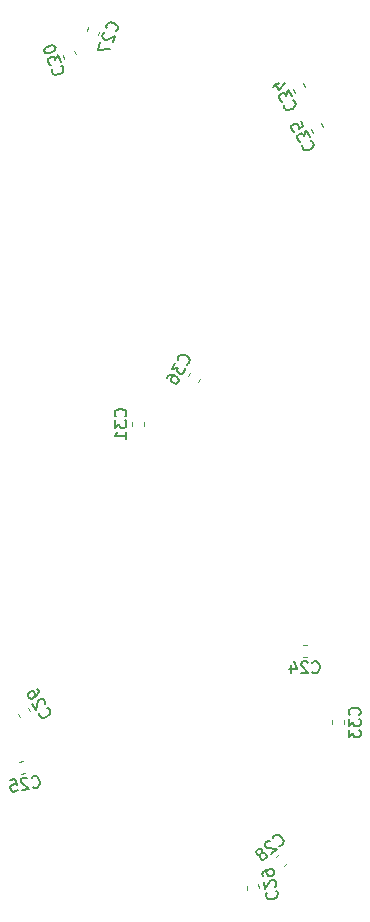
<source format=gbr>
G04 #@! TF.GenerationSoftware,KiCad,Pcbnew,(5.1.2-1)-1*
G04 #@! TF.CreationDate,2022-08-10T14:13:14-04:00*
G04 #@! TF.ProjectId,TR909 Snare Drum,54523930-3920-4536-9e61-726520447275,rev?*
G04 #@! TF.SameCoordinates,Original*
G04 #@! TF.FileFunction,Legend,Bot*
G04 #@! TF.FilePolarity,Positive*
%FSLAX46Y46*%
G04 Gerber Fmt 4.6, Leading zero omitted, Abs format (unit mm)*
G04 Created by KiCad (PCBNEW (5.1.2-1)-1) date 2022-08-10 14:13:14*
%MOMM*%
%LPD*%
G04 APERTURE LIST*
%ADD10C,0.120000*%
%ADD11C,0.150000*%
G04 APERTURE END LIST*
D10*
X52450000Y-94101267D02*
X52450000Y-93758733D01*
X53470000Y-94101267D02*
X53470000Y-93758733D01*
X49938733Y-87370000D02*
X50281267Y-87370000D01*
X49938733Y-88390000D02*
X50281267Y-88390000D01*
X41247306Y-64826678D02*
X41076039Y-65123322D01*
X40363961Y-64316678D02*
X40192694Y-64613322D01*
X51496039Y-43206678D02*
X51667306Y-43503322D01*
X50612694Y-43716678D02*
X50783961Y-44013322D01*
X49966039Y-39796678D02*
X50137306Y-40093322D01*
X49082694Y-40306678D02*
X49253961Y-40603322D01*
X36510000Y-68488733D02*
X36510000Y-68831267D01*
X35490000Y-68488733D02*
X35490000Y-68831267D01*
X30590666Y-37044631D02*
X30707820Y-37366508D01*
X29632180Y-37393492D02*
X29749334Y-37715369D01*
X45247488Y-108147226D02*
X45188008Y-107809896D01*
X46251992Y-107970104D02*
X46192512Y-107632774D01*
X48609020Y-105870594D02*
X48346624Y-106090771D01*
X47953376Y-105089229D02*
X47690980Y-105309406D01*
X31662180Y-35406508D02*
X31779334Y-35084631D01*
X32620666Y-35755369D02*
X32737820Y-35433492D01*
X25993961Y-93493322D02*
X25822694Y-93196678D01*
X26877306Y-92983322D02*
X26706039Y-92686678D01*
X25921067Y-97279431D02*
X26258397Y-97219951D01*
X26098189Y-98283935D02*
X26435519Y-98224455D01*
D11*
X54747142Y-93287142D02*
X54794761Y-93239523D01*
X54842380Y-93096666D01*
X54842380Y-93001428D01*
X54794761Y-92858571D01*
X54699523Y-92763333D01*
X54604285Y-92715714D01*
X54413809Y-92668095D01*
X54270952Y-92668095D01*
X54080476Y-92715714D01*
X53985238Y-92763333D01*
X53890000Y-92858571D01*
X53842380Y-93001428D01*
X53842380Y-93096666D01*
X53890000Y-93239523D01*
X53937619Y-93287142D01*
X53842380Y-93620476D02*
X53842380Y-94239523D01*
X54223333Y-93906190D01*
X54223333Y-94049047D01*
X54270952Y-94144285D01*
X54318571Y-94191904D01*
X54413809Y-94239523D01*
X54651904Y-94239523D01*
X54747142Y-94191904D01*
X54794761Y-94144285D01*
X54842380Y-94049047D01*
X54842380Y-93763333D01*
X54794761Y-93668095D01*
X54747142Y-93620476D01*
X53842380Y-94572857D02*
X53842380Y-95191904D01*
X54223333Y-94858571D01*
X54223333Y-95001428D01*
X54270952Y-95096666D01*
X54318571Y-95144285D01*
X54413809Y-95191904D01*
X54651904Y-95191904D01*
X54747142Y-95144285D01*
X54794761Y-95096666D01*
X54842380Y-95001428D01*
X54842380Y-94715714D01*
X54794761Y-94620476D01*
X54747142Y-94572857D01*
X50752857Y-89667142D02*
X50800476Y-89714761D01*
X50943333Y-89762380D01*
X51038571Y-89762380D01*
X51181428Y-89714761D01*
X51276666Y-89619523D01*
X51324285Y-89524285D01*
X51371904Y-89333809D01*
X51371904Y-89190952D01*
X51324285Y-89000476D01*
X51276666Y-88905238D01*
X51181428Y-88810000D01*
X51038571Y-88762380D01*
X50943333Y-88762380D01*
X50800476Y-88810000D01*
X50752857Y-88857619D01*
X50371904Y-88857619D02*
X50324285Y-88810000D01*
X50229047Y-88762380D01*
X49990952Y-88762380D01*
X49895714Y-88810000D01*
X49848095Y-88857619D01*
X49800476Y-88952857D01*
X49800476Y-89048095D01*
X49848095Y-89190952D01*
X50419523Y-89762380D01*
X49800476Y-89762380D01*
X48943333Y-89095714D02*
X48943333Y-89762380D01*
X49181428Y-88714761D02*
X49419523Y-89429047D01*
X48800476Y-89429047D01*
X40112307Y-63626840D02*
X40177356Y-63609411D01*
X40290024Y-63509502D01*
X40337643Y-63427024D01*
X40367832Y-63279496D01*
X40332972Y-63149398D01*
X40274303Y-63060540D01*
X40133156Y-62924063D01*
X40009438Y-62852634D01*
X39820671Y-62798635D01*
X39714383Y-62792256D01*
X39584285Y-62827115D01*
X39471617Y-62927024D01*
X39423998Y-63009502D01*
X39393809Y-63157030D01*
X39411239Y-63222078D01*
X39162093Y-63463134D02*
X38852570Y-63999245D01*
X39349151Y-63901047D01*
X39277722Y-64024764D01*
X39271342Y-64131053D01*
X39288772Y-64196101D01*
X39347441Y-64284960D01*
X39553638Y-64404007D01*
X39659926Y-64410387D01*
X39724975Y-64392957D01*
X39813833Y-64334288D01*
X39956690Y-64086852D01*
X39963070Y-63980564D01*
X39945640Y-63915515D01*
X38423998Y-64741553D02*
X38519236Y-64576596D01*
X38608095Y-64517927D01*
X38673143Y-64500497D01*
X38844480Y-64489447D01*
X39033247Y-64543446D01*
X39363162Y-64733922D01*
X39421831Y-64822780D01*
X39439260Y-64887829D01*
X39432881Y-64994117D01*
X39337643Y-65159074D01*
X39248784Y-65217743D01*
X39183735Y-65235173D01*
X39077447Y-65228793D01*
X38871251Y-65109746D01*
X38812582Y-65020887D01*
X38795152Y-64955839D01*
X38801532Y-64849551D01*
X38896770Y-64684593D01*
X38985628Y-64625924D01*
X39050677Y-64608494D01*
X39156965Y-64614874D01*
X49913717Y-45060302D02*
X49896288Y-45125350D01*
X49926477Y-45272878D01*
X49974096Y-45355356D01*
X50086764Y-45455265D01*
X50216861Y-45490124D01*
X50323149Y-45483745D01*
X50511916Y-45429746D01*
X50635634Y-45358317D01*
X50776782Y-45221840D01*
X50835451Y-45132982D01*
X50870310Y-45002884D01*
X50840121Y-44855356D01*
X50792502Y-44772878D01*
X50679834Y-44672969D01*
X50614785Y-44655540D01*
X50530597Y-44319245D02*
X50221074Y-43783134D01*
X50057826Y-44262286D01*
X49986397Y-44138568D01*
X49897539Y-44079899D01*
X49832490Y-44062469D01*
X49726202Y-44068849D01*
X49520005Y-44187896D01*
X49461336Y-44276755D01*
X49443907Y-44341804D01*
X49450286Y-44448092D01*
X49593143Y-44695528D01*
X49682002Y-44754197D01*
X49747051Y-44771626D01*
X49768693Y-42999588D02*
X50006788Y-43411981D01*
X49618204Y-43691315D01*
X49635634Y-43626266D01*
X49629254Y-43519978D01*
X49510207Y-43313782D01*
X49421348Y-43255113D01*
X49356300Y-43237683D01*
X49250011Y-43244063D01*
X49043815Y-43363110D01*
X48985146Y-43451969D01*
X48967716Y-43517017D01*
X48974096Y-43623306D01*
X49093143Y-43829502D01*
X49182002Y-43888171D01*
X49247051Y-43905601D01*
X48383717Y-41650302D02*
X48366288Y-41715350D01*
X48396477Y-41862878D01*
X48444096Y-41945356D01*
X48556764Y-42045265D01*
X48686861Y-42080124D01*
X48793149Y-42073745D01*
X48981916Y-42019746D01*
X49105634Y-41948317D01*
X49246782Y-41811840D01*
X49305451Y-41722982D01*
X49340310Y-41592884D01*
X49310121Y-41445356D01*
X49262502Y-41362878D01*
X49149834Y-41262969D01*
X49084785Y-41245540D01*
X49000597Y-40909245D02*
X48691074Y-40373134D01*
X48527826Y-40852286D01*
X48456397Y-40728568D01*
X48367539Y-40669899D01*
X48302490Y-40652469D01*
X48196202Y-40658849D01*
X47990005Y-40777896D01*
X47931336Y-40866755D01*
X47913907Y-40931804D01*
X47920286Y-41038092D01*
X48063143Y-41285528D01*
X48152002Y-41344197D01*
X48217051Y-41361626D01*
X47973827Y-39797494D02*
X47396477Y-40130827D01*
X48422789Y-39813214D02*
X47923247Y-40376553D01*
X47613723Y-39840442D01*
X34927142Y-68017142D02*
X34974761Y-67969523D01*
X35022380Y-67826666D01*
X35022380Y-67731428D01*
X34974761Y-67588571D01*
X34879523Y-67493333D01*
X34784285Y-67445714D01*
X34593809Y-67398095D01*
X34450952Y-67398095D01*
X34260476Y-67445714D01*
X34165238Y-67493333D01*
X34070000Y-67588571D01*
X34022380Y-67731428D01*
X34022380Y-67826666D01*
X34070000Y-67969523D01*
X34117619Y-68017142D01*
X34022380Y-68350476D02*
X34022380Y-68969523D01*
X34403333Y-68636190D01*
X34403333Y-68779047D01*
X34450952Y-68874285D01*
X34498571Y-68921904D01*
X34593809Y-68969523D01*
X34831904Y-68969523D01*
X34927142Y-68921904D01*
X34974761Y-68874285D01*
X35022380Y-68779047D01*
X35022380Y-68493333D01*
X34974761Y-68398095D01*
X34927142Y-68350476D01*
X35022380Y-69921904D02*
X35022380Y-69350476D01*
X35022380Y-69636190D02*
X34022380Y-69636190D01*
X34165238Y-69540952D01*
X34260476Y-69445714D01*
X34308095Y-69350476D01*
X28710505Y-38595327D02*
X28682044Y-38656361D01*
X28686157Y-38806889D01*
X28718731Y-38896384D01*
X28812338Y-39014339D01*
X28934406Y-39071260D01*
X29040187Y-39083434D01*
X29235463Y-39063034D01*
X29369705Y-39014174D01*
X29532407Y-38904280D01*
X29605615Y-38826960D01*
X29662536Y-38704892D01*
X29658423Y-38554363D01*
X29625850Y-38464869D01*
X29532243Y-38346914D01*
X29471209Y-38318453D01*
X29446696Y-37972649D02*
X29234970Y-37390935D01*
X28990998Y-37834459D01*
X28942138Y-37700217D01*
X28864818Y-37627009D01*
X28803784Y-37598549D01*
X28698002Y-37586375D01*
X28474266Y-37667808D01*
X28401058Y-37745129D01*
X28372598Y-37806163D01*
X28360424Y-37911944D01*
X28458144Y-38180427D01*
X28535464Y-38253635D01*
X28596498Y-38282096D01*
X29023243Y-36809220D02*
X28990670Y-36719726D01*
X28913349Y-36646518D01*
X28852315Y-36618057D01*
X28746534Y-36605883D01*
X28551258Y-36626283D01*
X28327522Y-36707716D01*
X28164819Y-36817610D01*
X28091611Y-36894930D01*
X28063151Y-36955964D01*
X28050977Y-37061746D01*
X28083550Y-37151240D01*
X28160871Y-37224448D01*
X28221905Y-37252909D01*
X28327686Y-37265083D01*
X28522962Y-37244683D01*
X28746698Y-37163250D01*
X28909401Y-37053356D01*
X28982608Y-36976035D01*
X29011069Y-36915001D01*
X29023243Y-36809220D01*
X46888188Y-108336790D02*
X46849562Y-108391955D01*
X46827473Y-108540911D01*
X46844011Y-108634702D01*
X46915713Y-108767120D01*
X47026043Y-108844373D01*
X47128103Y-108874731D01*
X47323954Y-108888551D01*
X47464641Y-108863744D01*
X47643954Y-108783772D01*
X47729477Y-108720339D01*
X47806730Y-108610010D01*
X47828819Y-108461054D01*
X47812281Y-108367263D01*
X47740578Y-108234845D01*
X47685414Y-108196218D01*
X47619262Y-107821053D02*
X47657889Y-107765889D01*
X47688246Y-107663828D01*
X47646902Y-107429350D01*
X47583468Y-107343828D01*
X47528303Y-107305202D01*
X47426243Y-107274844D01*
X47332452Y-107291382D01*
X47200034Y-107363084D01*
X46736514Y-108025059D01*
X46629018Y-107415416D01*
X46546328Y-106946460D02*
X46513253Y-106758878D01*
X46543610Y-106656818D01*
X46582237Y-106601653D01*
X46706386Y-106483055D01*
X46885699Y-106403083D01*
X47260864Y-106336932D01*
X47362924Y-106367289D01*
X47418089Y-106405916D01*
X47481522Y-106491438D01*
X47514598Y-106679021D01*
X47484241Y-106781081D01*
X47445614Y-106836245D01*
X47360092Y-106899679D01*
X47125614Y-106941024D01*
X47023553Y-106910666D01*
X46968389Y-106872039D01*
X46904955Y-106786517D01*
X46871879Y-106598935D01*
X46902237Y-106496875D01*
X46940864Y-106441710D01*
X47026386Y-106378277D01*
X47952838Y-104354922D02*
X48019925Y-104360792D01*
X48159969Y-104305443D01*
X48232925Y-104244225D01*
X48311751Y-104115920D01*
X48323490Y-103981746D01*
X48298751Y-103878180D01*
X48212793Y-103701658D01*
X48120966Y-103592223D01*
X47962052Y-103476919D01*
X47864356Y-103434571D01*
X47730182Y-103422832D01*
X47590138Y-103478181D01*
X47517181Y-103539399D01*
X47438355Y-103667704D01*
X47432486Y-103734791D01*
X47140659Y-103979662D02*
X47073572Y-103973793D01*
X46970007Y-103998533D01*
X46787615Y-104151577D01*
X46745267Y-104249273D01*
X46739398Y-104316361D01*
X46764138Y-104419926D01*
X46825355Y-104492883D01*
X46953660Y-104571709D01*
X47758707Y-104642141D01*
X47284489Y-105040057D01*
X46479442Y-104969625D02*
X46521790Y-104871929D01*
X46527660Y-104804842D01*
X46502920Y-104701276D01*
X46472311Y-104664798D01*
X46374615Y-104622450D01*
X46307528Y-104616581D01*
X46203962Y-104641320D01*
X46058049Y-104763756D01*
X46015701Y-104861452D01*
X46009832Y-104928539D01*
X46034571Y-105032105D01*
X46065180Y-105068583D01*
X46162876Y-105110931D01*
X46229964Y-105116800D01*
X46333529Y-105092061D01*
X46479442Y-104969625D01*
X46583008Y-104944885D01*
X46650095Y-104950755D01*
X46747791Y-104993103D01*
X46870227Y-105139016D01*
X46894967Y-105242581D01*
X46889097Y-105309669D01*
X46846750Y-105407365D01*
X46700836Y-105529800D01*
X46597271Y-105554540D01*
X46530184Y-105548671D01*
X46432488Y-105506323D01*
X46310052Y-105360410D01*
X46285312Y-105256844D01*
X46291182Y-105189757D01*
X46333529Y-105092061D01*
X34099234Y-35427150D02*
X34160268Y-35398690D01*
X34253875Y-35280735D01*
X34286449Y-35191240D01*
X34290561Y-35040712D01*
X34233640Y-34918644D01*
X34160432Y-34841323D01*
X33997730Y-34731429D01*
X33863488Y-34682569D01*
X33668212Y-34662170D01*
X33562431Y-34674344D01*
X33440363Y-34731265D01*
X33346756Y-34849220D01*
X33314183Y-34938715D01*
X33310070Y-35089243D01*
X33338531Y-35150277D01*
X33208237Y-35508255D02*
X33147203Y-35536716D01*
X33069883Y-35609924D01*
X32988449Y-35833660D01*
X33000623Y-35939441D01*
X33029084Y-36000475D01*
X33102292Y-36077796D01*
X33191786Y-36110369D01*
X33342315Y-36114482D01*
X34074722Y-35772955D01*
X33862995Y-36354669D01*
X32809296Y-36325880D02*
X32581282Y-36952342D01*
X33667555Y-36891636D01*
X27600549Y-93110302D02*
X27583120Y-93175350D01*
X27613309Y-93322878D01*
X27660928Y-93405356D01*
X27773596Y-93505265D01*
X27903693Y-93540124D01*
X28009981Y-93533745D01*
X28198748Y-93479746D01*
X28322466Y-93408317D01*
X28463614Y-93271840D01*
X28522283Y-93182982D01*
X28557142Y-93052884D01*
X28526953Y-92905356D01*
X28479334Y-92822878D01*
X28366666Y-92722969D01*
X28301617Y-92705540D01*
X28111141Y-92375625D02*
X28128571Y-92310576D01*
X28122191Y-92204288D01*
X28003144Y-91998092D01*
X27914285Y-91939423D01*
X27849237Y-91921993D01*
X27742948Y-91928373D01*
X27660470Y-91975992D01*
X27560561Y-92088660D01*
X27351404Y-92869245D01*
X27041880Y-92333134D01*
X27479334Y-91090827D02*
X27574572Y-91255784D01*
X27580952Y-91362072D01*
X27563522Y-91427121D01*
X27487423Y-91581028D01*
X27346276Y-91717506D01*
X27016361Y-91907982D01*
X26910073Y-91914362D01*
X26845024Y-91896932D01*
X26756166Y-91838263D01*
X26660928Y-91673306D01*
X26654548Y-91567017D01*
X26671978Y-91501969D01*
X26730647Y-91413110D01*
X26936843Y-91294063D01*
X27043132Y-91287683D01*
X27108180Y-91305113D01*
X27197039Y-91363782D01*
X27292277Y-91528739D01*
X27298657Y-91635027D01*
X27281227Y-91700076D01*
X27222558Y-91788934D01*
X27121717Y-99400304D02*
X27176882Y-99438930D01*
X27325838Y-99461019D01*
X27419629Y-99444481D01*
X27552047Y-99372779D01*
X27629300Y-99262449D01*
X27659658Y-99160389D01*
X27673478Y-98964538D01*
X27648671Y-98823851D01*
X27568699Y-98644538D01*
X27505266Y-98559015D01*
X27394937Y-98481762D01*
X27245981Y-98459673D01*
X27152190Y-98476211D01*
X27019772Y-98547914D01*
X26981145Y-98603078D01*
X26605980Y-98669230D02*
X26550816Y-98630603D01*
X26448755Y-98600246D01*
X26214277Y-98641590D01*
X26128755Y-98705024D01*
X26090129Y-98760189D01*
X26059771Y-98862249D01*
X26076309Y-98956040D01*
X26148011Y-99088458D01*
X26809986Y-99551978D01*
X26200343Y-99659474D01*
X25135678Y-98831777D02*
X25604635Y-98749087D01*
X25734220Y-99209774D01*
X25679055Y-99171147D01*
X25576995Y-99140790D01*
X25342517Y-99182134D01*
X25256995Y-99245568D01*
X25218368Y-99300733D01*
X25188010Y-99402793D01*
X25229355Y-99637271D01*
X25292789Y-99722793D01*
X25347953Y-99761420D01*
X25450013Y-99791777D01*
X25684492Y-99750433D01*
X25770014Y-99686999D01*
X25808640Y-99631834D01*
M02*

</source>
